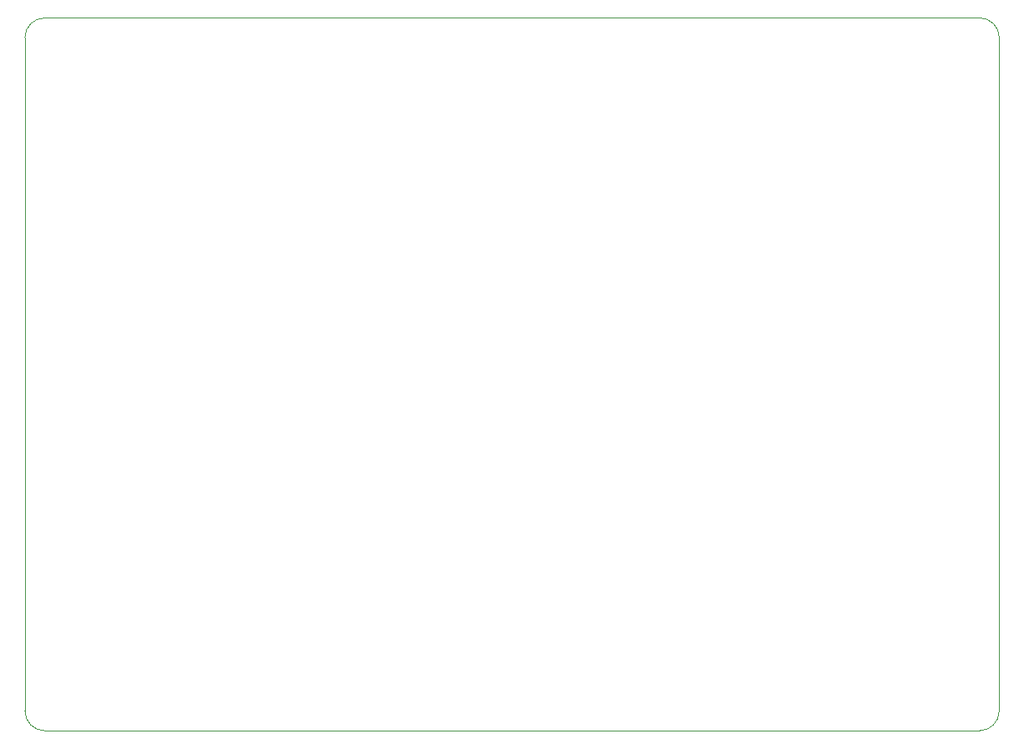
<source format=gm1>
G04 #@! TF.GenerationSoftware,KiCad,Pcbnew,7.0.1*
G04 #@! TF.CreationDate,2023-09-08T10:55:18-05:00*
G04 #@! TF.ProjectId,ProtoPropDuo,50726f74-6f50-4726-9f70-44756f2e6b69,B*
G04 #@! TF.SameCoordinates,Original*
G04 #@! TF.FileFunction,Profile,NP*
%FSLAX46Y46*%
G04 Gerber Fmt 4.6, Leading zero omitted, Abs format (unit mm)*
G04 Created by KiCad (PCBNEW 7.0.1) date 2023-09-08 10:55:18*
%MOMM*%
%LPD*%
G01*
G04 APERTURE LIST*
G04 #@! TA.AperFunction,Profile*
%ADD10C,0.100000*%
G04 #@! TD*
G04 APERTURE END LIST*
D10*
X134214214Y-38714214D02*
X228985786Y-38714214D01*
X134214214Y-38714214D02*
G75*
G03*
X132214214Y-40714214I-14J-1999986D01*
G01*
X228985786Y-110985786D02*
G75*
G03*
X230985786Y-108985786I14J1999986D01*
G01*
X134214214Y-110985786D02*
X228985786Y-110985786D01*
X230985786Y-108985786D02*
X230985786Y-40714214D01*
X230985786Y-40714214D02*
G75*
G03*
X228985786Y-38714214I-1999986J14D01*
G01*
X132214214Y-40714214D02*
X132214214Y-108985786D01*
X132214214Y-108985786D02*
G75*
G03*
X134214214Y-110985786I1999986J-14D01*
G01*
M02*

</source>
